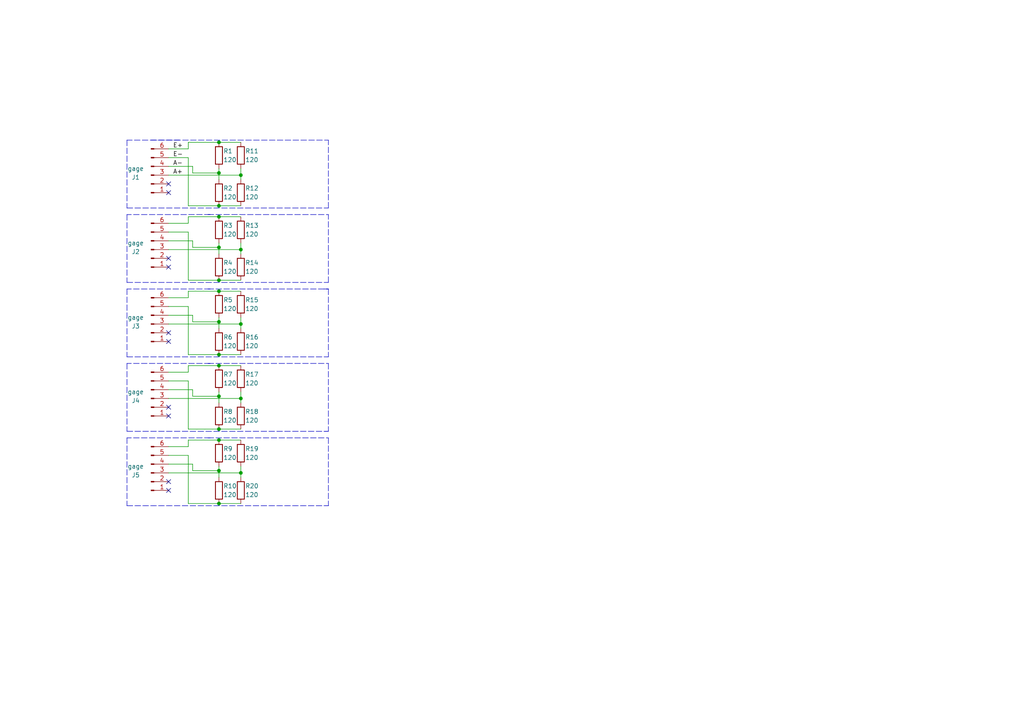
<source format=kicad_sch>
(kicad_sch (version 20211123) (generator eeschema)
  (paper "A4")
  (lib_symbols
    (symbol "Connector:Conn_01x06_Male" (pin_names (offset 1.016) hide)
      (property "Reference" "J" (at 0 7.62 0))
      (property "Value" "Conn_01x06_Male" (at 0 -10.16 0))
      (symbol "Conn_01x06_Male_1_1"
        (polyline (pts (xy 1.27 -7.62) (xy 0.8636 -7.62)) (stroke (width 0.1524)))
        (polyline (pts (xy 1.27 -5.08) (xy 0.8636 -5.08)) (stroke (width 0.1524)))
        (polyline (pts (xy 1.27 -2.54) (xy 0.8636 -2.54)) (stroke (width 0.1524)))
        (polyline (pts (xy 1.27 0) (xy 0.8636 0)) (stroke (width 0.1524)))
        (polyline (pts (xy 1.27 2.54) (xy 0.8636 2.54)) (stroke (width 0.1524)))
        (polyline (pts (xy 1.27 5.08) (xy 0.8636 5.08)) (stroke (width 0.1524)))
        (rectangle (start 0.8636 -7.493) (end 0 -7.747) (stroke (width 0.1524)) (fill (type outline)))
        (rectangle (start 0.8636 -4.953) (end 0 -5.207) (stroke (width 0.1524)) (fill (type outline)))
        (rectangle (start 0.8636 -2.413) (end 0 -2.667) (stroke (width 0.1524)) (fill (type outline)))
        (rectangle (start 0.8636 0.127) (end 0 -0.127) (stroke (width 0.1524)) (fill (type outline)))
        (rectangle (start 0.8636 2.667) (end 0 2.413) (stroke (width 0.1524)) (fill (type outline)))
        (rectangle (start 0.8636 5.207) (end 0 4.953) (stroke (width 0.1524)) (fill (type outline)))
        (pin passive line (at 5.08 5.08 180) (length 3.81) (name "Pin_1") (number "1"))
        (pin passive line (at 5.08 2.54 180) (length 3.81) (name "Pin_2") (number "2"))
        (pin passive line (at 5.08 0 180) (length 3.81) (name "Pin_3") (number "3"))
        (pin passive line (at 5.08 -2.54 180) (length 3.81) (name "Pin_4") (number "4"))
        (pin passive line (at 5.08 -5.08 180) (length 3.81) (name "Pin_5") (number "5"))
        (pin passive line (at 5.08 -7.62 180) (length 3.81) (name "Pin_6") (number "6"))
      )
    )
    (symbol "Device:R" (pin_numbers hide) (pin_names (offset 0))
      (property "Reference" "R" (at 2.032 0 90))
      (property "Value" "R" (at 0 0 90))
      (symbol "R_0_1"
        (rectangle (start -1.016 -2.54) (end 1.016 2.54) (stroke (width 0.254)))
      )
      (symbol "R_1_1"
        (pin passive line (at 0 3.81 270) (length 1.27) (name "~") (number "1"))
        (pin passive line (at 0 -3.81 90) (length 1.27) (name "~") (number "2"))
      )
    )
  )
  (junction (at 63.5 146.05))
  (junction (at 69.85 72.39))
  (junction (at 63.5 124.46))
  (junction (at 63.5 136.525))
  (junction (at 63.5 93.345))
  (junction (at 69.85 93.98))
  (junction (at 63.5 81.28))
  (junction (at 63.5 59.69))
  (junction (at 63.5 50.165))
  (junction (at 69.85 137.16))
  (junction (at 69.85 115.57))
  (junction (at 63.5 41.275))
  (junction (at 63.5 102.87))
  (junction (at 63.5 106.045))
  (junction (at 63.5 84.455))
  (junction (at 63.5 127.635))
  (junction (at 69.85 50.8))
  (junction (at 63.5 62.865))
  (junction (at 63.5 114.935))
  (junction (at 63.5 71.755))
  (no_connect (at 48.895 55.88))
  (no_connect (at 48.895 74.93))
  (no_connect (at 48.895 139.7))
  (no_connect (at 48.895 118.11))
  (no_connect (at 48.895 77.47))
  (no_connect (at 48.895 120.65))
  (no_connect (at 48.895 142.24))
  (no_connect (at 48.895 96.52))
  (no_connect (at 48.895 99.06))
  (no_connect (at 48.895 53.34))
  (polyline (pts (xy 60.96 83.82) (xy 36.83 83.82)))
  (polyline (pts (xy 60.96 62.23) (xy 36.83 62.23)))
  (polyline (pts (xy 36.83 103.505) (xy 95.25 103.505)))
  (wire (pts (xy 48.895 50.8) (xy 69.85 50.8)))
  (wire (pts (xy 54.61 64.77) (xy 48.895 64.77)))
  (wire (pts (xy 54.61 88.9) (xy 54.61 102.87)))
  (wire (pts (xy 63.5 135.255) (xy 63.5 136.525)))
  (wire (pts (xy 69.85 52.07) (xy 69.85 50.8)))
  (wire (pts (xy 69.85 72.39) (xy 69.85 70.485)))
  (wire (pts (xy 55.88 134.62) (xy 55.88 136.525)))
  (polyline (pts (xy 95.25 81.915) (xy 95.25 62.23)))
  (wire (pts (xy 54.61 64.77) (xy 54.61 62.865)))
  (wire (pts (xy 63.5 136.525) (xy 63.5 138.43)))
  (polyline (pts (xy 95.25 60.325) (xy 95.25 40.64)))
  (wire (pts (xy 55.88 48.26) (xy 55.88 50.165)))
  (wire (pts (xy 69.85 115.57) (xy 69.85 113.665)))
  (wire (pts (xy 63.5 81.28) (xy 69.85 81.28)))
  (wire (pts (xy 54.61 67.31) (xy 54.61 81.28)))
  (polyline (pts (xy 60.96 105.41) (xy 36.83 105.41)))
  (wire (pts (xy 54.61 110.49) (xy 54.61 124.46)))
  (wire (pts (xy 48.895 72.39) (xy 69.85 72.39)))
  (wire (pts (xy 63.5 102.87) (xy 69.85 102.87)))
  (polyline (pts (xy 36.83 146.685) (xy 95.25 146.685)))
  (wire (pts (xy 48.895 113.03) (xy 55.88 113.03)))
  (polyline (pts (xy 36.83 62.23) (xy 36.83 81.915)))
  (wire (pts (xy 63.5 59.69) (xy 69.85 59.69)))
  (wire (pts (xy 48.895 45.72) (xy 54.61 45.72)))
  (wire (pts (xy 54.61 86.36) (xy 54.61 84.455)))
  (wire (pts (xy 54.61 62.865) (xy 63.5 62.865)))
  (wire (pts (xy 63.5 50.165) (xy 63.5 52.07)))
  (polyline (pts (xy 95.25 125.095) (xy 93.98 125.095)))
  (wire (pts (xy 69.85 116.84) (xy 69.85 115.57)))
  (polyline (pts (xy 93.98 83.82) (xy 95.25 83.82)))
  (wire (pts (xy 54.61 84.455) (xy 63.5 84.455)))
  (wire (pts (xy 54.61 146.05) (xy 63.5 146.05)))
  (polyline (pts (xy 95.25 83.82) (xy 95.25 103.505)))
  (wire (pts (xy 48.895 115.57) (xy 69.85 115.57)))
  (wire (pts (xy 55.88 71.755) (xy 63.5 71.755)))
  (wire (pts (xy 55.88 50.165) (xy 63.5 50.165)))
  (wire (pts (xy 55.88 136.525) (xy 63.5 136.525)))
  (polyline (pts (xy 36.83 127) (xy 36.83 146.685)))
  (wire (pts (xy 55.88 114.935) (xy 63.5 114.935)))
  (wire (pts (xy 54.61 107.95) (xy 48.895 107.95)))
  (wire (pts (xy 63.5 62.865) (xy 69.85 62.865)))
  (wire (pts (xy 63.5 92.075) (xy 63.5 93.345)))
  (wire (pts (xy 55.88 91.44) (xy 55.88 93.345)))
  (wire (pts (xy 69.85 93.98) (xy 69.85 92.075)))
  (wire (pts (xy 69.85 73.66) (xy 69.85 72.39)))
  (polyline (pts (xy 60.325 105.41) (xy 95.25 105.41)))
  (polyline (pts (xy 95.25 146.685) (xy 93.98 146.685)))
  (wire (pts (xy 48.895 132.08) (xy 54.61 132.08)))
  (wire (pts (xy 63.5 41.275) (xy 69.85 41.275)))
  (wire (pts (xy 63.5 106.045) (xy 69.85 106.045)))
  (wire (pts (xy 63.5 124.46) (xy 69.85 124.46)))
  (polyline (pts (xy 95.25 105.41) (xy 95.25 125.095)))
  (wire (pts (xy 54.61 107.95) (xy 54.61 106.045)))
  (wire (pts (xy 63.5 70.485) (xy 63.5 71.755)))
  (wire (pts (xy 55.88 113.03) (xy 55.88 114.935)))
  (wire (pts (xy 69.85 50.8) (xy 69.85 48.895)))
  (wire (pts (xy 48.895 137.16) (xy 69.85 137.16)))
  (wire (pts (xy 48.895 69.85) (xy 55.88 69.85)))
  (wire (pts (xy 63.5 48.895) (xy 63.5 50.165)))
  (wire (pts (xy 69.85 138.43) (xy 69.85 137.16)))
  (polyline (pts (xy 52.07 40.64) (xy 36.83 40.64)))
  (polyline (pts (xy 60.325 127) (xy 95.25 127)))
  (wire (pts (xy 54.61 132.08) (xy 54.61 146.05)))
  (wire (pts (xy 63.5 114.935) (xy 63.5 116.84)))
  (wire (pts (xy 69.85 95.25) (xy 69.85 93.98)))
  (polyline (pts (xy 36.83 60.325) (xy 95.25 60.325)))
  (wire (pts (xy 54.61 127.635) (xy 63.5 127.635)))
  (wire (pts (xy 48.895 48.26) (xy 55.88 48.26)))
  (wire (pts (xy 54.61 45.72) (xy 54.61 59.69)))
  (polyline (pts (xy 36.83 83.82) (xy 36.83 103.505)))
  (wire (pts (xy 69.85 137.16) (xy 69.85 135.255)))
  (wire (pts (xy 63.5 127.635) (xy 69.85 127.635)))
  (wire (pts (xy 54.61 106.045) (xy 63.5 106.045)))
  (wire (pts (xy 48.895 67.31) (xy 54.61 67.31)))
  (wire (pts (xy 63.5 71.755) (xy 63.5 73.66)))
  (wire (pts (xy 54.61 41.275) (xy 63.5 41.275)))
  (wire (pts (xy 55.88 69.85) (xy 55.88 71.755)))
  (polyline (pts (xy 60.325 83.82) (xy 95.25 83.82)))
  (wire (pts (xy 63.5 84.455) (xy 69.85 84.455)))
  (wire (pts (xy 48.895 93.98) (xy 69.85 93.98)))
  (wire (pts (xy 54.61 81.28) (xy 63.5 81.28)))
  (polyline (pts (xy 43.815 40.64) (xy 95.25 40.64)))
  (wire (pts (xy 54.61 124.46) (xy 63.5 124.46)))
  (polyline (pts (xy 95.25 127) (xy 95.25 146.685)))
  (wire (pts (xy 48.895 134.62) (xy 55.88 134.62)))
  (wire (pts (xy 63.5 93.345) (xy 63.5 95.25)))
  (polyline (pts (xy 60.96 127) (xy 36.83 127)))
  (wire (pts (xy 63.5 113.665) (xy 63.5 114.935)))
  (wire (pts (xy 48.895 110.49) (xy 54.61 110.49)))
  (wire (pts (xy 48.895 43.18) (xy 54.61 43.18)))
  (polyline (pts (xy 36.83 40.64) (xy 36.83 60.325)))
  (wire (pts (xy 55.88 93.345) (xy 63.5 93.345)))
  (wire (pts (xy 63.5 146.05) (xy 69.85 146.05)))
  (wire (pts (xy 54.61 129.54) (xy 54.61 127.635)))
  (wire (pts (xy 54.61 59.69) (xy 63.5 59.69)))
  (wire (pts (xy 54.61 102.87) (xy 63.5 102.87)))
  (wire (pts (xy 54.61 129.54) (xy 48.895 129.54)))
  (wire (pts (xy 48.895 88.9) (xy 54.61 88.9)))
  (polyline (pts (xy 36.83 81.915) (xy 95.25 81.915)))
  (polyline (pts (xy 36.83 125.095) (xy 95.25 125.095)))
  (wire (pts (xy 54.61 41.275) (xy 54.61 43.18)))
  (polyline (pts (xy 60.325 62.23) (xy 95.25 62.23)))
  (polyline (pts (xy 36.83 105.41) (xy 36.83 125.095)))
  (wire (pts (xy 54.61 86.36) (xy 48.895 86.36)))
  (wire (pts (xy 48.895 91.44) (xy 55.88 91.44)))
  (label "A+" (at 50.165 50.8 0))
  (label "E-" (at 50.165 45.72 0))
  (label "E+" (at 50.165 43.18 0))
  (label "A-" (at 50.165 48.26 0))
  (symbol (lib_id "Device:R") (at 63.5 88.265 0) (unit 1)
    (property "Reference" "R5" (at 64.77 86.995 0) (effects (justify left)))
    (property "Value" "120" (at 64.77 89.535 0) (effects (justify left)))
    (property "Footprint" "Resistor_SMD:R_1206_3216Metric_Pad1.30x1.75mm_HandSolder" (effects hide))
  )
  (symbol (lib_id "Connector:Conn_01x06_Male") (at 43.815 72.39 0) (mirror x) (unit 1)
    (property "Reference" "J2" (at 39.37 73.025 0))
    (property "Value" "gage" (at 39.37 70.485 0))
    (property "Footprint" "My:PinHeader_1x06_P2.54mm_Vertical" (effects hide))
  )
  (symbol (lib_id "Device:R") (at 63.5 142.24 0) (unit 1)
    (property "Reference" "R10" (at 64.77 140.97 0) (effects (justify left)))
    (property "Value" "120" (at 64.77 143.51 0) (effects (justify left)))
    (property "Footprint" "Resistor_SMD:R_1206_3216Metric_Pad1.30x1.75mm_HandSolder" (effects hide))
  )
  (symbol (lib_id "Connector:Conn_01x06_Male") (at 43.815 50.8 0) (mirror x) (unit 1)
    (property "Reference" "J1" (at 39.37 51.435 0))
    (property "Value" "gage" (at 39.37 48.895 0))
    (property "Footprint" "My:PinHeader_1x06_P2.54mm_Vertical" (effects hide))
  )
  (symbol (lib_id "Device:R") (at 63.5 131.445 0) (unit 1)
    (property "Reference" "R9" (at 64.77 130.175 0) (effects (justify left)))
    (property "Value" "120" (at 64.77 132.715 0) (effects (justify left)))
    (property "Footprint" "Resistor_SMD:R_1206_3216Metric_Pad1.30x1.75mm_HandSolder" (effects hide))
  )
  (symbol (lib_id "Device:R") (at 69.85 99.06 0) (unit 1)
    (property "Reference" "R16" (at 71.12 97.79 0) (effects (justify left)))
    (property "Value" "120" (at 71.12 100.33 0) (effects (justify left)))
    (property "Footprint" "Resistor_SMD:R_1206_3216Metric_Pad1.30x1.75mm_HandSolder" (effects hide))
  )
  (symbol (lib_id "Device:R") (at 69.85 88.265 0) (unit 1)
    (property "Reference" "R15" (at 71.12 86.995 0) (effects (justify left)))
    (property "Value" "120" (at 71.12 89.535 0) (effects (justify left)))
    (property "Footprint" "Resistor_SMD:R_1206_3216Metric_Pad1.30x1.75mm_HandSolder" (effects hide))
  )
  (symbol (lib_id "Device:R") (at 69.85 109.855 0) (unit 1)
    (property "Reference" "R17" (at 71.12 108.585 0) (effects (justify left)))
    (property "Value" "120" (at 71.12 111.125 0) (effects (justify left)))
    (property "Footprint" "Resistor_SMD:R_1206_3216Metric_Pad1.30x1.75mm_HandSolder" (effects hide))
  )
  (symbol (lib_id "Device:R") (at 63.5 77.47 0) (unit 1)
    (property "Reference" "R4" (at 64.77 76.2 0) (effects (justify left)))
    (property "Value" "120" (at 64.77 78.74 0) (effects (justify left)))
    (property "Footprint" "Resistor_SMD:R_1206_3216Metric_Pad1.30x1.75mm_HandSolder" (effects hide))
  )
  (symbol (lib_id "Device:R") (at 69.85 55.88 0) (unit 1)
    (property "Reference" "R12" (at 71.12 54.61 0) (effects (justify left)))
    (property "Value" "120" (at 71.12 57.15 0) (effects (justify left)))
    (property "Footprint" "Resistor_SMD:R_1206_3216Metric_Pad1.30x1.75mm_HandSolder" (effects hide))
  )
  (symbol (lib_id "Device:R") (at 69.85 66.675 0) (unit 1)
    (property "Reference" "R13" (at 71.12 65.405 0) (effects (justify left)))
    (property "Value" "120" (at 71.12 67.945 0) (effects (justify left)))
    (property "Footprint" "Resistor_SMD:R_1206_3216Metric_Pad1.30x1.75mm_HandSolder" (effects hide))
  )
  (symbol (lib_id "Connector:Conn_01x06_Male") (at 43.815 115.57 0) (mirror x) (unit 1)
    (property "Reference" "J4" (at 39.37 116.205 0))
    (property "Value" "gage" (at 39.37 113.665 0))
    (property "Footprint" "My:PinHeader_1x06_P2.54mm_Vertical" (effects hide))
  )
  (symbol (lib_id "Connector:Conn_01x06_Male") (at 43.815 93.98 0) (mirror x) (unit 1)
    (property "Reference" "J3" (at 39.37 94.615 0))
    (property "Value" "gage" (at 39.37 92.075 0))
    (property "Footprint" "My:PinHeader_1x06_P2.54mm_Vertical" (effects hide))
  )
  (symbol (lib_id "Device:R") (at 69.85 131.445 0) (unit 1)
    (property "Reference" "R19" (at 71.12 130.175 0) (effects (justify left)))
    (property "Value" "120" (at 71.12 132.715 0) (effects (justify left)))
    (property "Footprint" "Resistor_SMD:R_1206_3216Metric_Pad1.30x1.75mm_HandSolder" (effects hide))
  )
  (symbol (lib_id "Device:R") (at 69.85 142.24 0) (unit 1)
    (property "Reference" "R20" (at 71.12 140.97 0) (effects (justify left)))
    (property "Value" "120" (at 71.12 143.51 0) (effects (justify left)))
    (property "Footprint" "Resistor_SMD:R_1206_3216Metric_Pad1.30x1.75mm_HandSolder" (effects hide))
  )
  (symbol (lib_id "Device:R") (at 63.5 120.65 0) (unit 1)
    (property "Reference" "R8" (at 64.77 119.38 0) (effects (justify left)))
    (property "Value" "120" (at 64.77 121.92 0) (effects (justify left)))
    (property "Footprint" "Resistor_SMD:R_1206_3216Metric_Pad1.30x1.75mm_HandSolder" (effects hide))
  )
  (symbol (lib_id "Device:R") (at 63.5 99.06 0) (unit 1)
    (property "Reference" "R6" (at 64.77 97.79 0) (effects (justify left)))
    (property "Value" "120" (at 64.77 100.33 0) (effects (justify left)))
    (property "Footprint" "Resistor_SMD:R_1206_3216Metric_Pad1.30x1.75mm_HandSolder" (effects hide))
  )
  (symbol (lib_id "Device:R") (at 63.5 45.085 0) (unit 1)
    (property "Reference" "R1" (at 64.77 43.815 0) (effects (justify left)))
    (property "Value" "120" (at 64.77 46.355 0) (effects (justify left)))
    (property "Footprint" "Resistor_SMD:R_1206_3216Metric_Pad1.30x1.75mm_HandSolder" (effects hide))
  )
  (symbol (lib_id "Device:R") (at 69.85 45.085 0) (unit 1)
    (property "Reference" "R11" (at 71.12 43.815 0) (effects (justify left)))
    (property "Value" "120" (at 71.12 46.355 0) (effects (justify left)))
    (property "Footprint" "Resistor_SMD:R_1206_3216Metric_Pad1.30x1.75mm_HandSolder" (effects hide))
  )
  (symbol (lib_id "Device:R") (at 63.5 109.855 0) (unit 1)
    (property "Reference" "R7" (at 64.77 108.585 0) (effects (justify left)))
    (property "Value" "120" (at 64.77 111.125 0) (effects (justify left)))
    (property "Footprint" "Resistor_SMD:R_1206_3216Metric_Pad1.30x1.75mm_HandSolder" (effects hide))
  )
  (symbol (lib_id "Device:R") (at 63.5 66.675 0) (unit 1)
    (property "Reference" "R3" (at 64.77 65.405 0) (effects (justify left)))
    (property "Value" "120" (at 64.77 67.945 0) (effects (justify left)))
    (property "Footprint" "Resistor_SMD:R_1206_3216Metric_Pad1.30x1.75mm_HandSolder" (effects hide))
  )
  (symbol (lib_id "Connector:Conn_01x06_Male") (at 43.815 137.16 0) (mirror x) (unit 1)
    (property "Reference" "J5" (at 39.37 137.795 0))
    (property "Value" "gage" (at 39.37 135.255 0))
    (property "Footprint" "My:PinHeader_1x06_P2.54mm_Vertical" (effects hide))
  )
  (symbol (lib_id "Device:R") (at 69.85 120.65 0) (unit 1)
    (property "Reference" "R18" (at 71.12 119.38 0) (effects (justify left)))
    (property "Value" "120" (at 71.12 121.92 0) (effects (justify left)))
    (property "Footprint" "Resistor_SMD:R_1206_3216Metric_Pad1.30x1.75mm_HandSolder" (effects hide))
  )
  (symbol (lib_id "Device:R") (at 69.85 77.47 0) (unit 1)
    (property "Reference" "R14" (at 71.12 76.2 0) (effects (justify left)))
    (property "Value" "120" (at 71.12 78.74 0) (effects (justify left)))
    (property "Footprint" "Resistor_SMD:R_1206_3216Metric_Pad1.30x1.75mm_HandSolder" (effects hide))
  )
  (symbol (lib_id "Device:R") (at 63.5 55.88 0) (unit 1)
    (property "Reference" "R2" (at 64.77 54.61 0) (effects (justify left)))
    (property "Value" "120" (at 64.77 57.15 0) (effects (justify left)))
    (property "Footprint" "Resistor_SMD:R_1206_3216Metric_Pad1.30x1.75mm_HandSolder" (effects hide))
  )
)
</source>
